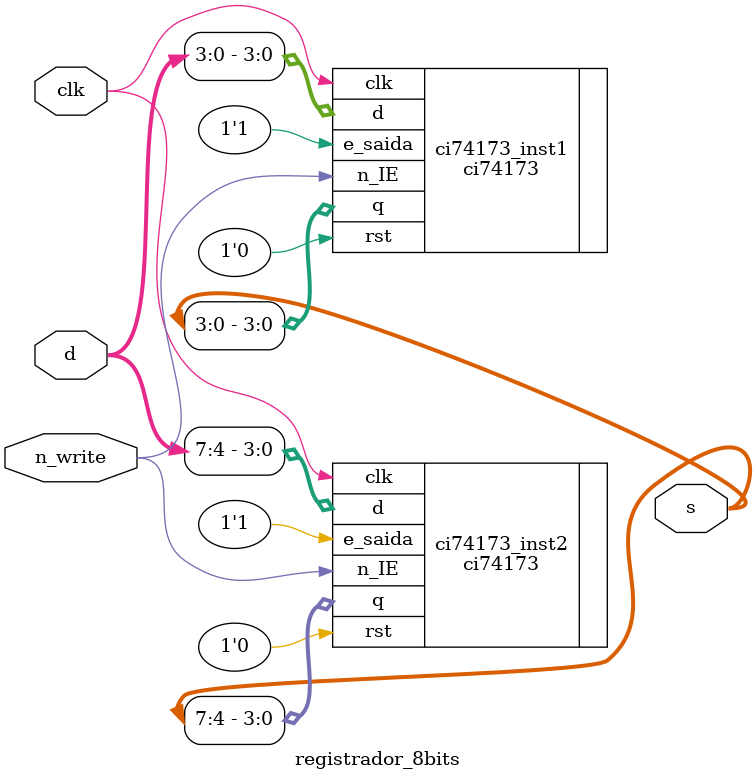
<source format=v>
module registrador_8bits (
  input [7:0] d,
  input clk,
  input n_write,
  output [7:0] s
);
  
  ci74173 ci74173_inst1 (
    .d(d[3:0]),
    .clk(clk),
    .rst(1'b0),
    .n_IE(n_write),
    .e_saida(1'b1),
    .q(s[3:0])
  );

  ci74173 ci74173_inst2 (
    .d(d[7:4]),
    .clk(clk),
    .rst(1'b0),
    .n_IE(n_write),
    .e_saida(1'b1),
    .q(s[7:4])
  );
endmodule 

</source>
